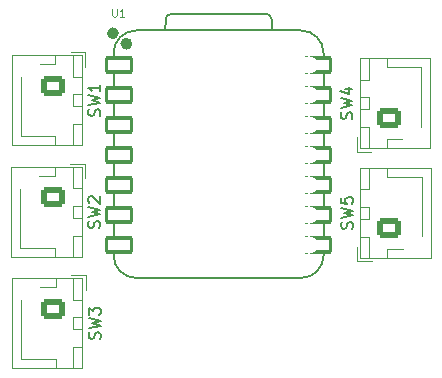
<source format=gto>
G04 #@! TF.GenerationSoftware,KiCad,Pcbnew,9.0.0-9.0.0-2~ubuntu24.04.1*
G04 #@! TF.CreationDate,2025-03-14T16:09:42-04:00*
G04 #@! TF.ProjectId,RiftBox,52696674-426f-4782-9e6b-696361645f70,rev?*
G04 #@! TF.SameCoordinates,Original*
G04 #@! TF.FileFunction,Legend,Top*
G04 #@! TF.FilePolarity,Positive*
%FSLAX46Y46*%
G04 Gerber Fmt 4.6, Leading zero omitted, Abs format (unit mm)*
G04 Created by KiCad (PCBNEW 9.0.0-9.0.0-2~ubuntu24.04.1) date 2025-03-14 16:09:42*
%MOMM*%
%LPD*%
G01*
G04 APERTURE LIST*
G04 Aperture macros list*
%AMRoundRect*
0 Rectangle with rounded corners*
0 $1 Rounding radius*
0 $2 $3 $4 $5 $6 $7 $8 $9 X,Y pos of 4 corners*
0 Add a 4 corners polygon primitive as box body*
4,1,4,$2,$3,$4,$5,$6,$7,$8,$9,$2,$3,0*
0 Add four circle primitives for the rounded corners*
1,1,$1+$1,$2,$3*
1,1,$1+$1,$4,$5*
1,1,$1+$1,$6,$7*
1,1,$1+$1,$8,$9*
0 Add four rect primitives between the rounded corners*
20,1,$1+$1,$2,$3,$4,$5,0*
20,1,$1+$1,$4,$5,$6,$7,0*
20,1,$1+$1,$6,$7,$8,$9,0*
20,1,$1+$1,$8,$9,$2,$3,0*%
G04 Aperture macros list end*
%ADD10C,0.150000*%
%ADD11C,0.101600*%
%ADD12C,0.120000*%
%ADD13C,0.504000*%
%ADD14C,0.127000*%
%ADD15C,0.100000*%
%ADD16C,4.300000*%
%ADD17O,2.000000X1.700000*%
%ADD18RoundRect,0.250000X-0.750000X0.600000X-0.750000X-0.600000X0.750000X-0.600000X0.750000X0.600000X0*%
%ADD19C,1.200000*%
%ADD20RoundRect,0.250000X0.750000X-0.600000X0.750000X0.600000X-0.750000X0.600000X-0.750000X-0.600000X0*%
%ADD21RoundRect,0.152400X-1.063600X-0.609600X1.063600X-0.609600X1.063600X0.609600X-1.063600X0.609600X0*%
%ADD22C,1.524000*%
%ADD23RoundRect,0.152400X1.063600X0.609600X-1.063600X0.609600X-1.063600X-0.609600X1.063600X-0.609600X0*%
G04 APERTURE END LIST*
D10*
X152457200Y-76083332D02*
X152504819Y-75940475D01*
X152504819Y-75940475D02*
X152504819Y-75702380D01*
X152504819Y-75702380D02*
X152457200Y-75607142D01*
X152457200Y-75607142D02*
X152409580Y-75559523D01*
X152409580Y-75559523D02*
X152314342Y-75511904D01*
X152314342Y-75511904D02*
X152219104Y-75511904D01*
X152219104Y-75511904D02*
X152123866Y-75559523D01*
X152123866Y-75559523D02*
X152076247Y-75607142D01*
X152076247Y-75607142D02*
X152028628Y-75702380D01*
X152028628Y-75702380D02*
X151981009Y-75892856D01*
X151981009Y-75892856D02*
X151933390Y-75988094D01*
X151933390Y-75988094D02*
X151885771Y-76035713D01*
X151885771Y-76035713D02*
X151790533Y-76083332D01*
X151790533Y-76083332D02*
X151695295Y-76083332D01*
X151695295Y-76083332D02*
X151600057Y-76035713D01*
X151600057Y-76035713D02*
X151552438Y-75988094D01*
X151552438Y-75988094D02*
X151504819Y-75892856D01*
X151504819Y-75892856D02*
X151504819Y-75654761D01*
X151504819Y-75654761D02*
X151552438Y-75511904D01*
X151504819Y-75178570D02*
X152504819Y-74940475D01*
X152504819Y-74940475D02*
X151790533Y-74749999D01*
X151790533Y-74749999D02*
X152504819Y-74559523D01*
X152504819Y-74559523D02*
X151504819Y-74321428D01*
X151504819Y-74035713D02*
X151504819Y-73416666D01*
X151504819Y-73416666D02*
X151885771Y-73749999D01*
X151885771Y-73749999D02*
X151885771Y-73607142D01*
X151885771Y-73607142D02*
X151933390Y-73511904D01*
X151933390Y-73511904D02*
X151981009Y-73464285D01*
X151981009Y-73464285D02*
X152076247Y-73416666D01*
X152076247Y-73416666D02*
X152314342Y-73416666D01*
X152314342Y-73416666D02*
X152409580Y-73464285D01*
X152409580Y-73464285D02*
X152457200Y-73511904D01*
X152457200Y-73511904D02*
X152504819Y-73607142D01*
X152504819Y-73607142D02*
X152504819Y-73892856D01*
X152504819Y-73892856D02*
X152457200Y-73988094D01*
X152457200Y-73988094D02*
X152409580Y-74035713D01*
X152437200Y-57203332D02*
X152484819Y-57060475D01*
X152484819Y-57060475D02*
X152484819Y-56822380D01*
X152484819Y-56822380D02*
X152437200Y-56727142D01*
X152437200Y-56727142D02*
X152389580Y-56679523D01*
X152389580Y-56679523D02*
X152294342Y-56631904D01*
X152294342Y-56631904D02*
X152199104Y-56631904D01*
X152199104Y-56631904D02*
X152103866Y-56679523D01*
X152103866Y-56679523D02*
X152056247Y-56727142D01*
X152056247Y-56727142D02*
X152008628Y-56822380D01*
X152008628Y-56822380D02*
X151961009Y-57012856D01*
X151961009Y-57012856D02*
X151913390Y-57108094D01*
X151913390Y-57108094D02*
X151865771Y-57155713D01*
X151865771Y-57155713D02*
X151770533Y-57203332D01*
X151770533Y-57203332D02*
X151675295Y-57203332D01*
X151675295Y-57203332D02*
X151580057Y-57155713D01*
X151580057Y-57155713D02*
X151532438Y-57108094D01*
X151532438Y-57108094D02*
X151484819Y-57012856D01*
X151484819Y-57012856D02*
X151484819Y-56774761D01*
X151484819Y-56774761D02*
X151532438Y-56631904D01*
X151484819Y-56298570D02*
X152484819Y-56060475D01*
X152484819Y-56060475D02*
X151770533Y-55869999D01*
X151770533Y-55869999D02*
X152484819Y-55679523D01*
X152484819Y-55679523D02*
X151484819Y-55441428D01*
X152484819Y-54536666D02*
X152484819Y-55108094D01*
X152484819Y-54822380D02*
X151484819Y-54822380D01*
X151484819Y-54822380D02*
X151627676Y-54917618D01*
X151627676Y-54917618D02*
X151722914Y-55012856D01*
X151722914Y-55012856D02*
X151770533Y-55108094D01*
X152412200Y-66663332D02*
X152459819Y-66520475D01*
X152459819Y-66520475D02*
X152459819Y-66282380D01*
X152459819Y-66282380D02*
X152412200Y-66187142D01*
X152412200Y-66187142D02*
X152364580Y-66139523D01*
X152364580Y-66139523D02*
X152269342Y-66091904D01*
X152269342Y-66091904D02*
X152174104Y-66091904D01*
X152174104Y-66091904D02*
X152078866Y-66139523D01*
X152078866Y-66139523D02*
X152031247Y-66187142D01*
X152031247Y-66187142D02*
X151983628Y-66282380D01*
X151983628Y-66282380D02*
X151936009Y-66472856D01*
X151936009Y-66472856D02*
X151888390Y-66568094D01*
X151888390Y-66568094D02*
X151840771Y-66615713D01*
X151840771Y-66615713D02*
X151745533Y-66663332D01*
X151745533Y-66663332D02*
X151650295Y-66663332D01*
X151650295Y-66663332D02*
X151555057Y-66615713D01*
X151555057Y-66615713D02*
X151507438Y-66568094D01*
X151507438Y-66568094D02*
X151459819Y-66472856D01*
X151459819Y-66472856D02*
X151459819Y-66234761D01*
X151459819Y-66234761D02*
X151507438Y-66091904D01*
X151459819Y-65758570D02*
X152459819Y-65520475D01*
X152459819Y-65520475D02*
X151745533Y-65329999D01*
X151745533Y-65329999D02*
X152459819Y-65139523D01*
X152459819Y-65139523D02*
X151459819Y-64901428D01*
X151555057Y-64568094D02*
X151507438Y-64520475D01*
X151507438Y-64520475D02*
X151459819Y-64425237D01*
X151459819Y-64425237D02*
X151459819Y-64187142D01*
X151459819Y-64187142D02*
X151507438Y-64091904D01*
X151507438Y-64091904D02*
X151555057Y-64044285D01*
X151555057Y-64044285D02*
X151650295Y-63996666D01*
X151650295Y-63996666D02*
X151745533Y-63996666D01*
X151745533Y-63996666D02*
X151888390Y-64044285D01*
X151888390Y-64044285D02*
X152459819Y-64615713D01*
X152459819Y-64615713D02*
X152459819Y-63996666D01*
X173787200Y-57453332D02*
X173834819Y-57310475D01*
X173834819Y-57310475D02*
X173834819Y-57072380D01*
X173834819Y-57072380D02*
X173787200Y-56977142D01*
X173787200Y-56977142D02*
X173739580Y-56929523D01*
X173739580Y-56929523D02*
X173644342Y-56881904D01*
X173644342Y-56881904D02*
X173549104Y-56881904D01*
X173549104Y-56881904D02*
X173453866Y-56929523D01*
X173453866Y-56929523D02*
X173406247Y-56977142D01*
X173406247Y-56977142D02*
X173358628Y-57072380D01*
X173358628Y-57072380D02*
X173311009Y-57262856D01*
X173311009Y-57262856D02*
X173263390Y-57358094D01*
X173263390Y-57358094D02*
X173215771Y-57405713D01*
X173215771Y-57405713D02*
X173120533Y-57453332D01*
X173120533Y-57453332D02*
X173025295Y-57453332D01*
X173025295Y-57453332D02*
X172930057Y-57405713D01*
X172930057Y-57405713D02*
X172882438Y-57358094D01*
X172882438Y-57358094D02*
X172834819Y-57262856D01*
X172834819Y-57262856D02*
X172834819Y-57024761D01*
X172834819Y-57024761D02*
X172882438Y-56881904D01*
X172834819Y-56548570D02*
X173834819Y-56310475D01*
X173834819Y-56310475D02*
X173120533Y-56119999D01*
X173120533Y-56119999D02*
X173834819Y-55929523D01*
X173834819Y-55929523D02*
X172834819Y-55691428D01*
X173168152Y-54881904D02*
X173834819Y-54881904D01*
X172787200Y-55119999D02*
X173501485Y-55358094D01*
X173501485Y-55358094D02*
X173501485Y-54739047D01*
X173812200Y-66743332D02*
X173859819Y-66600475D01*
X173859819Y-66600475D02*
X173859819Y-66362380D01*
X173859819Y-66362380D02*
X173812200Y-66267142D01*
X173812200Y-66267142D02*
X173764580Y-66219523D01*
X173764580Y-66219523D02*
X173669342Y-66171904D01*
X173669342Y-66171904D02*
X173574104Y-66171904D01*
X173574104Y-66171904D02*
X173478866Y-66219523D01*
X173478866Y-66219523D02*
X173431247Y-66267142D01*
X173431247Y-66267142D02*
X173383628Y-66362380D01*
X173383628Y-66362380D02*
X173336009Y-66552856D01*
X173336009Y-66552856D02*
X173288390Y-66648094D01*
X173288390Y-66648094D02*
X173240771Y-66695713D01*
X173240771Y-66695713D02*
X173145533Y-66743332D01*
X173145533Y-66743332D02*
X173050295Y-66743332D01*
X173050295Y-66743332D02*
X172955057Y-66695713D01*
X172955057Y-66695713D02*
X172907438Y-66648094D01*
X172907438Y-66648094D02*
X172859819Y-66552856D01*
X172859819Y-66552856D02*
X172859819Y-66314761D01*
X172859819Y-66314761D02*
X172907438Y-66171904D01*
X172859819Y-65838570D02*
X173859819Y-65600475D01*
X173859819Y-65600475D02*
X173145533Y-65409999D01*
X173145533Y-65409999D02*
X173859819Y-65219523D01*
X173859819Y-65219523D02*
X172859819Y-64981428D01*
X172859819Y-64124285D02*
X172859819Y-64600475D01*
X172859819Y-64600475D02*
X173336009Y-64648094D01*
X173336009Y-64648094D02*
X173288390Y-64600475D01*
X173288390Y-64600475D02*
X173240771Y-64505237D01*
X173240771Y-64505237D02*
X173240771Y-64267142D01*
X173240771Y-64267142D02*
X173288390Y-64171904D01*
X173288390Y-64171904D02*
X173336009Y-64124285D01*
X173336009Y-64124285D02*
X173431247Y-64076666D01*
X173431247Y-64076666D02*
X173669342Y-64076666D01*
X173669342Y-64076666D02*
X173764580Y-64124285D01*
X173764580Y-64124285D02*
X173812200Y-64171904D01*
X173812200Y-64171904D02*
X173859819Y-64267142D01*
X173859819Y-64267142D02*
X173859819Y-64505237D01*
X173859819Y-64505237D02*
X173812200Y-64600475D01*
X173812200Y-64600475D02*
X173764580Y-64648094D01*
D11*
X153516190Y-48153479D02*
X153516190Y-48667526D01*
X153516190Y-48667526D02*
X153546428Y-48728002D01*
X153546428Y-48728002D02*
X153576666Y-48758241D01*
X153576666Y-48758241D02*
X153637142Y-48788479D01*
X153637142Y-48788479D02*
X153758095Y-48788479D01*
X153758095Y-48788479D02*
X153818571Y-48758241D01*
X153818571Y-48758241D02*
X153848809Y-48728002D01*
X153848809Y-48728002D02*
X153879047Y-48667526D01*
X153879047Y-48667526D02*
X153879047Y-48153479D01*
X154514047Y-48788479D02*
X154151190Y-48788479D01*
X154332618Y-48788479D02*
X154332618Y-48153479D01*
X154332618Y-48153479D02*
X154272142Y-48244193D01*
X154272142Y-48244193D02*
X154211666Y-48304669D01*
X154211666Y-48304669D02*
X154151190Y-48334907D01*
D12*
X144990000Y-78560000D02*
X150960000Y-78560000D01*
X150960000Y-78560000D02*
X150960000Y-70940000D01*
X148700000Y-78550000D02*
X148700000Y-77800000D01*
X150200000Y-78550000D02*
X150950000Y-78550000D01*
X150950000Y-78550000D02*
X150950000Y-76750000D01*
X145750000Y-77800000D02*
X145750000Y-74750000D01*
X148700000Y-77800000D02*
X145750000Y-77800000D01*
X150200000Y-76750000D02*
X150200000Y-78550000D01*
X150950000Y-76750000D02*
X150200000Y-76750000D01*
X150200000Y-75250000D02*
X150950000Y-75250000D01*
X150950000Y-75250000D02*
X150950000Y-74250000D01*
X145750000Y-74750000D02*
X145750000Y-72760000D01*
X150200000Y-74250000D02*
X150200000Y-75250000D01*
X150950000Y-74250000D02*
X150200000Y-74250000D01*
X150200000Y-72750000D02*
X150950000Y-72750000D01*
X150950000Y-72750000D02*
X150950000Y-70950000D01*
X151250000Y-71900000D02*
X151250000Y-70650000D01*
X148700000Y-71700000D02*
X147360000Y-71700000D01*
X148700000Y-70950000D02*
X148700000Y-71700000D01*
X150200000Y-70950000D02*
X150200000Y-72750000D01*
X150950000Y-70950000D02*
X150200000Y-70950000D01*
X144990000Y-70940000D02*
X144990000Y-78560000D01*
X150960000Y-70940000D02*
X144990000Y-70940000D01*
X151250000Y-70650000D02*
X150000000Y-70650000D01*
X151230000Y-51770000D02*
X149980000Y-51770000D01*
X150940000Y-52060000D02*
X144970000Y-52060000D01*
X144970000Y-52060000D02*
X144970000Y-59680000D01*
X150930000Y-52070000D02*
X150180000Y-52070000D01*
X150180000Y-52070000D02*
X150180000Y-53870000D01*
X148680000Y-52070000D02*
X148680000Y-52820000D01*
X148680000Y-52820000D02*
X147340000Y-52820000D01*
X151230000Y-53020000D02*
X151230000Y-51770000D01*
X150930000Y-53870000D02*
X150930000Y-52070000D01*
X150180000Y-53870000D02*
X150930000Y-53870000D01*
X150930000Y-55370000D02*
X150180000Y-55370000D01*
X150180000Y-55370000D02*
X150180000Y-56370000D01*
X145730000Y-55870000D02*
X145730000Y-53880000D01*
X150930000Y-56370000D02*
X150930000Y-55370000D01*
X150180000Y-56370000D02*
X150930000Y-56370000D01*
X150930000Y-57870000D02*
X150180000Y-57870000D01*
X150180000Y-57870000D02*
X150180000Y-59670000D01*
X148680000Y-58920000D02*
X145730000Y-58920000D01*
X145730000Y-58920000D02*
X145730000Y-55870000D01*
X150930000Y-59670000D02*
X150930000Y-57870000D01*
X150180000Y-59670000D02*
X150930000Y-59670000D01*
X148680000Y-59670000D02*
X148680000Y-58920000D01*
X150940000Y-59680000D02*
X150940000Y-52060000D01*
X144970000Y-59680000D02*
X150940000Y-59680000D01*
X151205000Y-61230000D02*
X149955000Y-61230000D01*
X150915000Y-61520000D02*
X144945000Y-61520000D01*
X144945000Y-61520000D02*
X144945000Y-69140000D01*
X150905000Y-61530000D02*
X150155000Y-61530000D01*
X150155000Y-61530000D02*
X150155000Y-63330000D01*
X148655000Y-61530000D02*
X148655000Y-62280000D01*
X148655000Y-62280000D02*
X147315000Y-62280000D01*
X151205000Y-62480000D02*
X151205000Y-61230000D01*
X150905000Y-63330000D02*
X150905000Y-61530000D01*
X150155000Y-63330000D02*
X150905000Y-63330000D01*
X150905000Y-64830000D02*
X150155000Y-64830000D01*
X150155000Y-64830000D02*
X150155000Y-65830000D01*
X145705000Y-65330000D02*
X145705000Y-63340000D01*
X150905000Y-65830000D02*
X150905000Y-64830000D01*
X150155000Y-65830000D02*
X150905000Y-65830000D01*
X150905000Y-67330000D02*
X150155000Y-67330000D01*
X150155000Y-67330000D02*
X150155000Y-69130000D01*
X148655000Y-68380000D02*
X145705000Y-68380000D01*
X145705000Y-68380000D02*
X145705000Y-65330000D01*
X150905000Y-69130000D02*
X150905000Y-67330000D01*
X150155000Y-69130000D02*
X150905000Y-69130000D01*
X148655000Y-69130000D02*
X148655000Y-68380000D01*
X150915000Y-69140000D02*
X150915000Y-61520000D01*
X144945000Y-69140000D02*
X150915000Y-69140000D01*
X174180000Y-60220000D02*
X175430000Y-60220000D01*
X174470000Y-59930000D02*
X180440000Y-59930000D01*
X180440000Y-59930000D02*
X180440000Y-52310000D01*
X174480000Y-59920000D02*
X175230000Y-59920000D01*
X175230000Y-59920000D02*
X175230000Y-58120000D01*
X176730000Y-59920000D02*
X176730000Y-59170000D01*
X176730000Y-59170000D02*
X178070000Y-59170000D01*
X174180000Y-58970000D02*
X174180000Y-60220000D01*
X174480000Y-58120000D02*
X174480000Y-59920000D01*
X175230000Y-58120000D02*
X174480000Y-58120000D01*
X174480000Y-56620000D02*
X175230000Y-56620000D01*
X175230000Y-56620000D02*
X175230000Y-55620000D01*
X179680000Y-56120000D02*
X179680000Y-58110000D01*
X174480000Y-55620000D02*
X174480000Y-56620000D01*
X175230000Y-55620000D02*
X174480000Y-55620000D01*
X174480000Y-54120000D02*
X175230000Y-54120000D01*
X175230000Y-54120000D02*
X175230000Y-52320000D01*
X176730000Y-53070000D02*
X179680000Y-53070000D01*
X179680000Y-53070000D02*
X179680000Y-56120000D01*
X174480000Y-52320000D02*
X174480000Y-54120000D01*
X175230000Y-52320000D02*
X174480000Y-52320000D01*
X176730000Y-52320000D02*
X176730000Y-53070000D01*
X174470000Y-52310000D02*
X174470000Y-59930000D01*
X180440000Y-52310000D02*
X174470000Y-52310000D01*
X174205000Y-69510000D02*
X175455000Y-69510000D01*
X174495000Y-69220000D02*
X180465000Y-69220000D01*
X180465000Y-69220000D02*
X180465000Y-61600000D01*
X174505000Y-69210000D02*
X175255000Y-69210000D01*
X175255000Y-69210000D02*
X175255000Y-67410000D01*
X176755000Y-69210000D02*
X176755000Y-68460000D01*
X176755000Y-68460000D02*
X178095000Y-68460000D01*
X174205000Y-68260000D02*
X174205000Y-69510000D01*
X174505000Y-67410000D02*
X174505000Y-69210000D01*
X175255000Y-67410000D02*
X174505000Y-67410000D01*
X174505000Y-65910000D02*
X175255000Y-65910000D01*
X175255000Y-65910000D02*
X175255000Y-64910000D01*
X179705000Y-65410000D02*
X179705000Y-67400000D01*
X174505000Y-64910000D02*
X174505000Y-65910000D01*
X175255000Y-64910000D02*
X174505000Y-64910000D01*
X174505000Y-63410000D02*
X175255000Y-63410000D01*
X175255000Y-63410000D02*
X175255000Y-61610000D01*
X176755000Y-62360000D02*
X179705000Y-62360000D01*
X179705000Y-62360000D02*
X179705000Y-65410000D01*
X174505000Y-61610000D02*
X174505000Y-63410000D01*
X175255000Y-61610000D02*
X174505000Y-61610000D01*
X176755000Y-61610000D02*
X176755000Y-62360000D01*
X174495000Y-61600000D02*
X174495000Y-69220000D01*
X180465000Y-61600000D02*
X174495000Y-61600000D01*
D13*
X154945000Y-51080000D02*
G75*
G02*
X154441000Y-51080000I-252000J0D01*
G01*
X154441000Y-51080000D02*
G75*
G02*
X154945000Y-51080000I252000J0D01*
G01*
X153802000Y-50200000D02*
G75*
G02*
X153298000Y-50200000I-252000J0D01*
G01*
X153298000Y-50200000D02*
G75*
G02*
X153802000Y-50200000I252000J0D01*
G01*
D14*
X171390000Y-69009000D02*
G75*
G02*
X169485000Y-70914000I-1905000J0D01*
G01*
X169485000Y-49959000D02*
G75*
G02*
X171390000Y-51864000I0J-1905000D01*
G01*
X166504000Y-48549000D02*
G75*
G02*
X167004000Y-49049000I0J-500000D01*
G01*
X158008728Y-49048728D02*
G75*
G02*
X158508728Y-48549001I500018J-291D01*
G01*
X155515000Y-70914000D02*
G75*
G02*
X153610000Y-69009000I1J1905001D01*
G01*
X153610000Y-51864000D02*
G75*
G02*
X155515000Y-49959000I1905001J-1D01*
G01*
X171390000Y-69009000D02*
X171390000Y-51864000D01*
X169485000Y-49959000D02*
X155515000Y-49959000D01*
D15*
X169485000Y-49959000D02*
X155515000Y-49959000D01*
D14*
X167004000Y-49049000D02*
X167004000Y-49959000D01*
X158508728Y-48549000D02*
X166504000Y-48549000D01*
X158005000Y-49959000D02*
X158008728Y-49048728D01*
X155515000Y-70914000D02*
X169485000Y-70914000D01*
X153610000Y-69009000D02*
X153610000Y-51864000D01*
%LPC*%
D16*
X130000000Y-80000000D03*
D17*
X148500000Y-76040000D03*
D18*
X148500000Y-73500000D03*
D19*
X146500000Y-71900000D03*
X146480000Y-53020000D03*
D18*
X148480000Y-54620000D03*
D17*
X148480000Y-57160000D03*
D19*
X146455000Y-62480000D03*
D18*
X148455000Y-64080000D03*
D17*
X148455000Y-66620000D03*
D19*
X178930000Y-58970000D03*
D20*
X176930000Y-57370000D03*
D17*
X176930000Y-54830000D03*
D19*
X178955000Y-68260000D03*
D20*
X176955000Y-66660000D03*
D17*
X176955000Y-64120000D03*
D16*
X195000000Y-80000000D03*
X195000000Y-55000000D03*
X130000000Y-55000000D03*
D21*
X170955000Y-52880000D03*
D22*
X170120000Y-52880000D03*
D21*
X170955000Y-55420000D03*
D22*
X170120000Y-55420000D03*
D21*
X170955000Y-57960000D03*
D22*
X170120000Y-57960000D03*
D21*
X170955000Y-60500000D03*
D22*
X170120000Y-60500000D03*
D21*
X170955000Y-63040000D03*
D22*
X170120000Y-63040000D03*
D21*
X170955000Y-65580000D03*
D22*
X170120000Y-65580000D03*
D21*
X170955000Y-68120000D03*
D22*
X170120000Y-68120000D03*
X154880000Y-68120000D03*
D23*
X154045000Y-68120000D03*
D22*
X154880000Y-65580000D03*
D23*
X154045000Y-65580000D03*
D22*
X154880000Y-63040000D03*
D23*
X154045000Y-63040000D03*
D22*
X154880000Y-60500000D03*
D23*
X154045000Y-60500000D03*
D22*
X154880000Y-57960000D03*
D23*
X154045000Y-57960000D03*
D22*
X154880000Y-55420000D03*
D23*
X154045000Y-55420000D03*
D22*
X154880000Y-52880000D03*
D23*
X154045000Y-52880000D03*
%LPD*%
M02*

</source>
